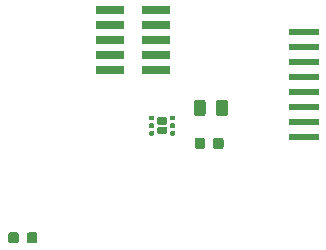
<source format=gbr>
G04 #@! TF.GenerationSoftware,KiCad,Pcbnew,(5.1.5-0-10_14)*
G04 #@! TF.CreationDate,2021-06-02T09:33:46-04:00*
G04 #@! TF.ProjectId,ESLO_RB2_Programmer,45534c4f-5f52-4423-925f-50726f677261,rev?*
G04 #@! TF.SameCoordinates,Original*
G04 #@! TF.FileFunction,Paste,Top*
G04 #@! TF.FilePolarity,Positive*
%FSLAX46Y46*%
G04 Gerber Fmt 4.6, Leading zero omitted, Abs format (unit mm)*
G04 Created by KiCad (PCBNEW (5.1.5-0-10_14)) date 2021-06-02 09:33:46*
%MOMM*%
%LPD*%
G04 APERTURE LIST*
%ADD10C,0.100000*%
%ADD11R,2.500000X0.600000*%
%ADD12R,2.400000X0.740000*%
G04 APERTURE END LIST*
D10*
G36*
X135215439Y-90950451D02*
G01*
X135224540Y-90951801D01*
X135233464Y-90954037D01*
X135242127Y-90957136D01*
X135250443Y-90961070D01*
X135258335Y-90965800D01*
X135265724Y-90971280D01*
X135272541Y-90977459D01*
X135278720Y-90984276D01*
X135284200Y-90991665D01*
X135288930Y-90999557D01*
X135292864Y-91007873D01*
X135295963Y-91016536D01*
X135298199Y-91025460D01*
X135299549Y-91034561D01*
X135300000Y-91043750D01*
X135300000Y-91256250D01*
X135299549Y-91265439D01*
X135298199Y-91274540D01*
X135295963Y-91283464D01*
X135292864Y-91292127D01*
X135288930Y-91300443D01*
X135284200Y-91308335D01*
X135278720Y-91315724D01*
X135272541Y-91322541D01*
X135265724Y-91328720D01*
X135258335Y-91334200D01*
X135250443Y-91338930D01*
X135242127Y-91342864D01*
X135233464Y-91345963D01*
X135224540Y-91348199D01*
X135215439Y-91349549D01*
X135206250Y-91350000D01*
X135018750Y-91350000D01*
X135009561Y-91349549D01*
X135000460Y-91348199D01*
X134991536Y-91345963D01*
X134982873Y-91342864D01*
X134974557Y-91338930D01*
X134966665Y-91334200D01*
X134959276Y-91328720D01*
X134952459Y-91322541D01*
X134946280Y-91315724D01*
X134940800Y-91308335D01*
X134936070Y-91300443D01*
X134932136Y-91292127D01*
X134929037Y-91283464D01*
X134926801Y-91274540D01*
X134925451Y-91265439D01*
X134925000Y-91256250D01*
X134925000Y-91043750D01*
X134925451Y-91034561D01*
X134926801Y-91025460D01*
X134929037Y-91016536D01*
X134932136Y-91007873D01*
X134936070Y-90999557D01*
X134940800Y-90991665D01*
X134946280Y-90984276D01*
X134952459Y-90977459D01*
X134959276Y-90971280D01*
X134966665Y-90965800D01*
X134974557Y-90961070D01*
X134982873Y-90957136D01*
X134991536Y-90954037D01*
X135000460Y-90951801D01*
X135009561Y-90950451D01*
X135018750Y-90950000D01*
X135206250Y-90950000D01*
X135215439Y-90950451D01*
G37*
G36*
X135215439Y-90300451D02*
G01*
X135224540Y-90301801D01*
X135233464Y-90304037D01*
X135242127Y-90307136D01*
X135250443Y-90311070D01*
X135258335Y-90315800D01*
X135265724Y-90321280D01*
X135272541Y-90327459D01*
X135278720Y-90334276D01*
X135284200Y-90341665D01*
X135288930Y-90349557D01*
X135292864Y-90357873D01*
X135295963Y-90366536D01*
X135298199Y-90375460D01*
X135299549Y-90384561D01*
X135300000Y-90393750D01*
X135300000Y-90606250D01*
X135299549Y-90615439D01*
X135298199Y-90624540D01*
X135295963Y-90633464D01*
X135292864Y-90642127D01*
X135288930Y-90650443D01*
X135284200Y-90658335D01*
X135278720Y-90665724D01*
X135272541Y-90672541D01*
X135265724Y-90678720D01*
X135258335Y-90684200D01*
X135250443Y-90688930D01*
X135242127Y-90692864D01*
X135233464Y-90695963D01*
X135224540Y-90698199D01*
X135215439Y-90699549D01*
X135206250Y-90700000D01*
X135018750Y-90700000D01*
X135009561Y-90699549D01*
X135000460Y-90698199D01*
X134991536Y-90695963D01*
X134982873Y-90692864D01*
X134974557Y-90688930D01*
X134966665Y-90684200D01*
X134959276Y-90678720D01*
X134952459Y-90672541D01*
X134946280Y-90665724D01*
X134940800Y-90658335D01*
X134936070Y-90650443D01*
X134932136Y-90642127D01*
X134929037Y-90633464D01*
X134926801Y-90624540D01*
X134925451Y-90615439D01*
X134925000Y-90606250D01*
X134925000Y-90393750D01*
X134925451Y-90384561D01*
X134926801Y-90375460D01*
X134929037Y-90366536D01*
X134932136Y-90357873D01*
X134936070Y-90349557D01*
X134940800Y-90341665D01*
X134946280Y-90334276D01*
X134952459Y-90327459D01*
X134959276Y-90321280D01*
X134966665Y-90315800D01*
X134974557Y-90311070D01*
X134982873Y-90307136D01*
X134991536Y-90304037D01*
X135000460Y-90301801D01*
X135009561Y-90300451D01*
X135018750Y-90300000D01*
X135206250Y-90300000D01*
X135215439Y-90300451D01*
G37*
G36*
X135215439Y-89650451D02*
G01*
X135224540Y-89651801D01*
X135233464Y-89654037D01*
X135242127Y-89657136D01*
X135250443Y-89661070D01*
X135258335Y-89665800D01*
X135265724Y-89671280D01*
X135272541Y-89677459D01*
X135278720Y-89684276D01*
X135284200Y-89691665D01*
X135288930Y-89699557D01*
X135292864Y-89707873D01*
X135295963Y-89716536D01*
X135298199Y-89725460D01*
X135299549Y-89734561D01*
X135300000Y-89743750D01*
X135300000Y-89956250D01*
X135299549Y-89965439D01*
X135298199Y-89974540D01*
X135295963Y-89983464D01*
X135292864Y-89992127D01*
X135288930Y-90000443D01*
X135284200Y-90008335D01*
X135278720Y-90015724D01*
X135272541Y-90022541D01*
X135265724Y-90028720D01*
X135258335Y-90034200D01*
X135250443Y-90038930D01*
X135242127Y-90042864D01*
X135233464Y-90045963D01*
X135224540Y-90048199D01*
X135215439Y-90049549D01*
X135206250Y-90050000D01*
X135018750Y-90050000D01*
X135009561Y-90049549D01*
X135000460Y-90048199D01*
X134991536Y-90045963D01*
X134982873Y-90042864D01*
X134974557Y-90038930D01*
X134966665Y-90034200D01*
X134959276Y-90028720D01*
X134952459Y-90022541D01*
X134946280Y-90015724D01*
X134940800Y-90008335D01*
X134936070Y-90000443D01*
X134932136Y-89992127D01*
X134929037Y-89983464D01*
X134926801Y-89974540D01*
X134925451Y-89965439D01*
X134925000Y-89956250D01*
X134925000Y-89743750D01*
X134925451Y-89734561D01*
X134926801Y-89725460D01*
X134929037Y-89716536D01*
X134932136Y-89707873D01*
X134936070Y-89699557D01*
X134940800Y-89691665D01*
X134946280Y-89684276D01*
X134952459Y-89677459D01*
X134959276Y-89671280D01*
X134966665Y-89665800D01*
X134974557Y-89661070D01*
X134982873Y-89657136D01*
X134991536Y-89654037D01*
X135000460Y-89651801D01*
X135009561Y-89650451D01*
X135018750Y-89650000D01*
X135206250Y-89650000D01*
X135215439Y-89650451D01*
G37*
G36*
X136990439Y-89650451D02*
G01*
X136999540Y-89651801D01*
X137008464Y-89654037D01*
X137017127Y-89657136D01*
X137025443Y-89661070D01*
X137033335Y-89665800D01*
X137040724Y-89671280D01*
X137047541Y-89677459D01*
X137053720Y-89684276D01*
X137059200Y-89691665D01*
X137063930Y-89699557D01*
X137067864Y-89707873D01*
X137070963Y-89716536D01*
X137073199Y-89725460D01*
X137074549Y-89734561D01*
X137075000Y-89743750D01*
X137075000Y-89956250D01*
X137074549Y-89965439D01*
X137073199Y-89974540D01*
X137070963Y-89983464D01*
X137067864Y-89992127D01*
X137063930Y-90000443D01*
X137059200Y-90008335D01*
X137053720Y-90015724D01*
X137047541Y-90022541D01*
X137040724Y-90028720D01*
X137033335Y-90034200D01*
X137025443Y-90038930D01*
X137017127Y-90042864D01*
X137008464Y-90045963D01*
X136999540Y-90048199D01*
X136990439Y-90049549D01*
X136981250Y-90050000D01*
X136793750Y-90050000D01*
X136784561Y-90049549D01*
X136775460Y-90048199D01*
X136766536Y-90045963D01*
X136757873Y-90042864D01*
X136749557Y-90038930D01*
X136741665Y-90034200D01*
X136734276Y-90028720D01*
X136727459Y-90022541D01*
X136721280Y-90015724D01*
X136715800Y-90008335D01*
X136711070Y-90000443D01*
X136707136Y-89992127D01*
X136704037Y-89983464D01*
X136701801Y-89974540D01*
X136700451Y-89965439D01*
X136700000Y-89956250D01*
X136700000Y-89743750D01*
X136700451Y-89734561D01*
X136701801Y-89725460D01*
X136704037Y-89716536D01*
X136707136Y-89707873D01*
X136711070Y-89699557D01*
X136715800Y-89691665D01*
X136721280Y-89684276D01*
X136727459Y-89677459D01*
X136734276Y-89671280D01*
X136741665Y-89665800D01*
X136749557Y-89661070D01*
X136757873Y-89657136D01*
X136766536Y-89654037D01*
X136775460Y-89651801D01*
X136784561Y-89650451D01*
X136793750Y-89650000D01*
X136981250Y-89650000D01*
X136990439Y-89650451D01*
G37*
G36*
X136990439Y-90300451D02*
G01*
X136999540Y-90301801D01*
X137008464Y-90304037D01*
X137017127Y-90307136D01*
X137025443Y-90311070D01*
X137033335Y-90315800D01*
X137040724Y-90321280D01*
X137047541Y-90327459D01*
X137053720Y-90334276D01*
X137059200Y-90341665D01*
X137063930Y-90349557D01*
X137067864Y-90357873D01*
X137070963Y-90366536D01*
X137073199Y-90375460D01*
X137074549Y-90384561D01*
X137075000Y-90393750D01*
X137075000Y-90606250D01*
X137074549Y-90615439D01*
X137073199Y-90624540D01*
X137070963Y-90633464D01*
X137067864Y-90642127D01*
X137063930Y-90650443D01*
X137059200Y-90658335D01*
X137053720Y-90665724D01*
X137047541Y-90672541D01*
X137040724Y-90678720D01*
X137033335Y-90684200D01*
X137025443Y-90688930D01*
X137017127Y-90692864D01*
X137008464Y-90695963D01*
X136999540Y-90698199D01*
X136990439Y-90699549D01*
X136981250Y-90700000D01*
X136793750Y-90700000D01*
X136784561Y-90699549D01*
X136775460Y-90698199D01*
X136766536Y-90695963D01*
X136757873Y-90692864D01*
X136749557Y-90688930D01*
X136741665Y-90684200D01*
X136734276Y-90678720D01*
X136727459Y-90672541D01*
X136721280Y-90665724D01*
X136715800Y-90658335D01*
X136711070Y-90650443D01*
X136707136Y-90642127D01*
X136704037Y-90633464D01*
X136701801Y-90624540D01*
X136700451Y-90615439D01*
X136700000Y-90606250D01*
X136700000Y-90393750D01*
X136700451Y-90384561D01*
X136701801Y-90375460D01*
X136704037Y-90366536D01*
X136707136Y-90357873D01*
X136711070Y-90349557D01*
X136715800Y-90341665D01*
X136721280Y-90334276D01*
X136727459Y-90327459D01*
X136734276Y-90321280D01*
X136741665Y-90315800D01*
X136749557Y-90311070D01*
X136757873Y-90307136D01*
X136766536Y-90304037D01*
X136775460Y-90301801D01*
X136784561Y-90300451D01*
X136793750Y-90300000D01*
X136981250Y-90300000D01*
X136990439Y-90300451D01*
G37*
G36*
X136990439Y-90950451D02*
G01*
X136999540Y-90951801D01*
X137008464Y-90954037D01*
X137017127Y-90957136D01*
X137025443Y-90961070D01*
X137033335Y-90965800D01*
X137040724Y-90971280D01*
X137047541Y-90977459D01*
X137053720Y-90984276D01*
X137059200Y-90991665D01*
X137063930Y-90999557D01*
X137067864Y-91007873D01*
X137070963Y-91016536D01*
X137073199Y-91025460D01*
X137074549Y-91034561D01*
X137075000Y-91043750D01*
X137075000Y-91256250D01*
X137074549Y-91265439D01*
X137073199Y-91274540D01*
X137070963Y-91283464D01*
X137067864Y-91292127D01*
X137063930Y-91300443D01*
X137059200Y-91308335D01*
X137053720Y-91315724D01*
X137047541Y-91322541D01*
X137040724Y-91328720D01*
X137033335Y-91334200D01*
X137025443Y-91338930D01*
X137017127Y-91342864D01*
X137008464Y-91345963D01*
X136999540Y-91348199D01*
X136990439Y-91349549D01*
X136981250Y-91350000D01*
X136793750Y-91350000D01*
X136784561Y-91349549D01*
X136775460Y-91348199D01*
X136766536Y-91345963D01*
X136757873Y-91342864D01*
X136749557Y-91338930D01*
X136741665Y-91334200D01*
X136734276Y-91328720D01*
X136727459Y-91322541D01*
X136721280Y-91315724D01*
X136715800Y-91308335D01*
X136711070Y-91300443D01*
X136707136Y-91292127D01*
X136704037Y-91283464D01*
X136701801Y-91274540D01*
X136700451Y-91265439D01*
X136700000Y-91256250D01*
X136700000Y-91043750D01*
X136700451Y-91034561D01*
X136701801Y-91025460D01*
X136704037Y-91016536D01*
X136707136Y-91007873D01*
X136711070Y-90999557D01*
X136715800Y-90991665D01*
X136721280Y-90984276D01*
X136727459Y-90977459D01*
X136734276Y-90971280D01*
X136741665Y-90965800D01*
X136749557Y-90961070D01*
X136757873Y-90957136D01*
X136766536Y-90954037D01*
X136775460Y-90951801D01*
X136784561Y-90950451D01*
X136793750Y-90950000D01*
X136981250Y-90950000D01*
X136990439Y-90950451D01*
G37*
G36*
X136260683Y-89780770D02*
G01*
X136276214Y-89783074D01*
X136291446Y-89786890D01*
X136306229Y-89792179D01*
X136320423Y-89798893D01*
X136333891Y-89806965D01*
X136346503Y-89816318D01*
X136358137Y-89826863D01*
X136368682Y-89838497D01*
X136378035Y-89851109D01*
X136386107Y-89864577D01*
X136392821Y-89878771D01*
X136398110Y-89893554D01*
X136401926Y-89908786D01*
X136404230Y-89924317D01*
X136405000Y-89940000D01*
X136405000Y-90260000D01*
X136404230Y-90275683D01*
X136401926Y-90291214D01*
X136398110Y-90306446D01*
X136392821Y-90321229D01*
X136386107Y-90335423D01*
X136378035Y-90348891D01*
X136368682Y-90361503D01*
X136358137Y-90373137D01*
X136346503Y-90383682D01*
X136333891Y-90393035D01*
X136320423Y-90401107D01*
X136306229Y-90407821D01*
X136291446Y-90413110D01*
X136276214Y-90416926D01*
X136260683Y-90419230D01*
X136245000Y-90420000D01*
X135755000Y-90420000D01*
X135739317Y-90419230D01*
X135723786Y-90416926D01*
X135708554Y-90413110D01*
X135693771Y-90407821D01*
X135679577Y-90401107D01*
X135666109Y-90393035D01*
X135653497Y-90383682D01*
X135641863Y-90373137D01*
X135631318Y-90361503D01*
X135621965Y-90348891D01*
X135613893Y-90335423D01*
X135607179Y-90321229D01*
X135601890Y-90306446D01*
X135598074Y-90291214D01*
X135595770Y-90275683D01*
X135595000Y-90260000D01*
X135595000Y-89940000D01*
X135595770Y-89924317D01*
X135598074Y-89908786D01*
X135601890Y-89893554D01*
X135607179Y-89878771D01*
X135613893Y-89864577D01*
X135621965Y-89851109D01*
X135631318Y-89838497D01*
X135641863Y-89826863D01*
X135653497Y-89816318D01*
X135666109Y-89806965D01*
X135679577Y-89798893D01*
X135693771Y-89792179D01*
X135708554Y-89786890D01*
X135723786Y-89783074D01*
X135739317Y-89780770D01*
X135755000Y-89780000D01*
X136245000Y-89780000D01*
X136260683Y-89780770D01*
G37*
G36*
X136260683Y-90580770D02*
G01*
X136276214Y-90583074D01*
X136291446Y-90586890D01*
X136306229Y-90592179D01*
X136320423Y-90598893D01*
X136333891Y-90606965D01*
X136346503Y-90616318D01*
X136358137Y-90626863D01*
X136368682Y-90638497D01*
X136378035Y-90651109D01*
X136386107Y-90664577D01*
X136392821Y-90678771D01*
X136398110Y-90693554D01*
X136401926Y-90708786D01*
X136404230Y-90724317D01*
X136405000Y-90740000D01*
X136405000Y-91060000D01*
X136404230Y-91075683D01*
X136401926Y-91091214D01*
X136398110Y-91106446D01*
X136392821Y-91121229D01*
X136386107Y-91135423D01*
X136378035Y-91148891D01*
X136368682Y-91161503D01*
X136358137Y-91173137D01*
X136346503Y-91183682D01*
X136333891Y-91193035D01*
X136320423Y-91201107D01*
X136306229Y-91207821D01*
X136291446Y-91213110D01*
X136276214Y-91216926D01*
X136260683Y-91219230D01*
X136245000Y-91220000D01*
X135755000Y-91220000D01*
X135739317Y-91219230D01*
X135723786Y-91216926D01*
X135708554Y-91213110D01*
X135693771Y-91207821D01*
X135679577Y-91201107D01*
X135666109Y-91193035D01*
X135653497Y-91183682D01*
X135641863Y-91173137D01*
X135631318Y-91161503D01*
X135621965Y-91148891D01*
X135613893Y-91135423D01*
X135607179Y-91121229D01*
X135601890Y-91106446D01*
X135598074Y-91091214D01*
X135595770Y-91075683D01*
X135595000Y-91060000D01*
X135595000Y-90740000D01*
X135595770Y-90724317D01*
X135598074Y-90708786D01*
X135601890Y-90693554D01*
X135607179Y-90678771D01*
X135613893Y-90664577D01*
X135621965Y-90651109D01*
X135631318Y-90638497D01*
X135641863Y-90626863D01*
X135653497Y-90616318D01*
X135666109Y-90606965D01*
X135679577Y-90598893D01*
X135693771Y-90592179D01*
X135708554Y-90586890D01*
X135723786Y-90583074D01*
X135739317Y-90580770D01*
X135755000Y-90580000D01*
X136245000Y-90580000D01*
X136260683Y-90580770D01*
G37*
G36*
X139467642Y-88301174D02*
G01*
X139491303Y-88304684D01*
X139514507Y-88310496D01*
X139537029Y-88318554D01*
X139558653Y-88328782D01*
X139579170Y-88341079D01*
X139598383Y-88355329D01*
X139616107Y-88371393D01*
X139632171Y-88389117D01*
X139646421Y-88408330D01*
X139658718Y-88428847D01*
X139668946Y-88450471D01*
X139677004Y-88472993D01*
X139682816Y-88496197D01*
X139686326Y-88519858D01*
X139687500Y-88543750D01*
X139687500Y-89456250D01*
X139686326Y-89480142D01*
X139682816Y-89503803D01*
X139677004Y-89527007D01*
X139668946Y-89549529D01*
X139658718Y-89571153D01*
X139646421Y-89591670D01*
X139632171Y-89610883D01*
X139616107Y-89628607D01*
X139598383Y-89644671D01*
X139579170Y-89658921D01*
X139558653Y-89671218D01*
X139537029Y-89681446D01*
X139514507Y-89689504D01*
X139491303Y-89695316D01*
X139467642Y-89698826D01*
X139443750Y-89700000D01*
X138956250Y-89700000D01*
X138932358Y-89698826D01*
X138908697Y-89695316D01*
X138885493Y-89689504D01*
X138862971Y-89681446D01*
X138841347Y-89671218D01*
X138820830Y-89658921D01*
X138801617Y-89644671D01*
X138783893Y-89628607D01*
X138767829Y-89610883D01*
X138753579Y-89591670D01*
X138741282Y-89571153D01*
X138731054Y-89549529D01*
X138722996Y-89527007D01*
X138717184Y-89503803D01*
X138713674Y-89480142D01*
X138712500Y-89456250D01*
X138712500Y-88543750D01*
X138713674Y-88519858D01*
X138717184Y-88496197D01*
X138722996Y-88472993D01*
X138731054Y-88450471D01*
X138741282Y-88428847D01*
X138753579Y-88408330D01*
X138767829Y-88389117D01*
X138783893Y-88371393D01*
X138801617Y-88355329D01*
X138820830Y-88341079D01*
X138841347Y-88328782D01*
X138862971Y-88318554D01*
X138885493Y-88310496D01*
X138908697Y-88304684D01*
X138932358Y-88301174D01*
X138956250Y-88300000D01*
X139443750Y-88300000D01*
X139467642Y-88301174D01*
G37*
G36*
X141342642Y-88301174D02*
G01*
X141366303Y-88304684D01*
X141389507Y-88310496D01*
X141412029Y-88318554D01*
X141433653Y-88328782D01*
X141454170Y-88341079D01*
X141473383Y-88355329D01*
X141491107Y-88371393D01*
X141507171Y-88389117D01*
X141521421Y-88408330D01*
X141533718Y-88428847D01*
X141543946Y-88450471D01*
X141552004Y-88472993D01*
X141557816Y-88496197D01*
X141561326Y-88519858D01*
X141562500Y-88543750D01*
X141562500Y-89456250D01*
X141561326Y-89480142D01*
X141557816Y-89503803D01*
X141552004Y-89527007D01*
X141543946Y-89549529D01*
X141533718Y-89571153D01*
X141521421Y-89591670D01*
X141507171Y-89610883D01*
X141491107Y-89628607D01*
X141473383Y-89644671D01*
X141454170Y-89658921D01*
X141433653Y-89671218D01*
X141412029Y-89681446D01*
X141389507Y-89689504D01*
X141366303Y-89695316D01*
X141342642Y-89698826D01*
X141318750Y-89700000D01*
X140831250Y-89700000D01*
X140807358Y-89698826D01*
X140783697Y-89695316D01*
X140760493Y-89689504D01*
X140737971Y-89681446D01*
X140716347Y-89671218D01*
X140695830Y-89658921D01*
X140676617Y-89644671D01*
X140658893Y-89628607D01*
X140642829Y-89610883D01*
X140628579Y-89591670D01*
X140616282Y-89571153D01*
X140606054Y-89549529D01*
X140597996Y-89527007D01*
X140592184Y-89503803D01*
X140588674Y-89480142D01*
X140587500Y-89456250D01*
X140587500Y-88543750D01*
X140588674Y-88519858D01*
X140592184Y-88496197D01*
X140597996Y-88472993D01*
X140606054Y-88450471D01*
X140616282Y-88428847D01*
X140628579Y-88408330D01*
X140642829Y-88389117D01*
X140658893Y-88371393D01*
X140676617Y-88355329D01*
X140695830Y-88341079D01*
X140716347Y-88328782D01*
X140737971Y-88318554D01*
X140760493Y-88310496D01*
X140783697Y-88304684D01*
X140807358Y-88301174D01*
X140831250Y-88300000D01*
X141318750Y-88300000D01*
X141342642Y-88301174D01*
G37*
D11*
X148000000Y-82555000D03*
X148000000Y-83825000D03*
X148000000Y-85095000D03*
X148000000Y-86365000D03*
X148000000Y-87635000D03*
X148000000Y-88905000D03*
X148000000Y-90175000D03*
X148000000Y-91445000D03*
D10*
G36*
X123665191Y-99526053D02*
G01*
X123686426Y-99529203D01*
X123707250Y-99534419D01*
X123727462Y-99541651D01*
X123746868Y-99550830D01*
X123765281Y-99561866D01*
X123782524Y-99574654D01*
X123798430Y-99589070D01*
X123812846Y-99604976D01*
X123825634Y-99622219D01*
X123836670Y-99640632D01*
X123845849Y-99660038D01*
X123853081Y-99680250D01*
X123858297Y-99701074D01*
X123861447Y-99722309D01*
X123862500Y-99743750D01*
X123862500Y-100256250D01*
X123861447Y-100277691D01*
X123858297Y-100298926D01*
X123853081Y-100319750D01*
X123845849Y-100339962D01*
X123836670Y-100359368D01*
X123825634Y-100377781D01*
X123812846Y-100395024D01*
X123798430Y-100410930D01*
X123782524Y-100425346D01*
X123765281Y-100438134D01*
X123746868Y-100449170D01*
X123727462Y-100458349D01*
X123707250Y-100465581D01*
X123686426Y-100470797D01*
X123665191Y-100473947D01*
X123643750Y-100475000D01*
X123206250Y-100475000D01*
X123184809Y-100473947D01*
X123163574Y-100470797D01*
X123142750Y-100465581D01*
X123122538Y-100458349D01*
X123103132Y-100449170D01*
X123084719Y-100438134D01*
X123067476Y-100425346D01*
X123051570Y-100410930D01*
X123037154Y-100395024D01*
X123024366Y-100377781D01*
X123013330Y-100359368D01*
X123004151Y-100339962D01*
X122996919Y-100319750D01*
X122991703Y-100298926D01*
X122988553Y-100277691D01*
X122987500Y-100256250D01*
X122987500Y-99743750D01*
X122988553Y-99722309D01*
X122991703Y-99701074D01*
X122996919Y-99680250D01*
X123004151Y-99660038D01*
X123013330Y-99640632D01*
X123024366Y-99622219D01*
X123037154Y-99604976D01*
X123051570Y-99589070D01*
X123067476Y-99574654D01*
X123084719Y-99561866D01*
X123103132Y-99550830D01*
X123122538Y-99541651D01*
X123142750Y-99534419D01*
X123163574Y-99529203D01*
X123184809Y-99526053D01*
X123206250Y-99525000D01*
X123643750Y-99525000D01*
X123665191Y-99526053D01*
G37*
G36*
X125240191Y-99526053D02*
G01*
X125261426Y-99529203D01*
X125282250Y-99534419D01*
X125302462Y-99541651D01*
X125321868Y-99550830D01*
X125340281Y-99561866D01*
X125357524Y-99574654D01*
X125373430Y-99589070D01*
X125387846Y-99604976D01*
X125400634Y-99622219D01*
X125411670Y-99640632D01*
X125420849Y-99660038D01*
X125428081Y-99680250D01*
X125433297Y-99701074D01*
X125436447Y-99722309D01*
X125437500Y-99743750D01*
X125437500Y-100256250D01*
X125436447Y-100277691D01*
X125433297Y-100298926D01*
X125428081Y-100319750D01*
X125420849Y-100339962D01*
X125411670Y-100359368D01*
X125400634Y-100377781D01*
X125387846Y-100395024D01*
X125373430Y-100410930D01*
X125357524Y-100425346D01*
X125340281Y-100438134D01*
X125321868Y-100449170D01*
X125302462Y-100458349D01*
X125282250Y-100465581D01*
X125261426Y-100470797D01*
X125240191Y-100473947D01*
X125218750Y-100475000D01*
X124781250Y-100475000D01*
X124759809Y-100473947D01*
X124738574Y-100470797D01*
X124717750Y-100465581D01*
X124697538Y-100458349D01*
X124678132Y-100449170D01*
X124659719Y-100438134D01*
X124642476Y-100425346D01*
X124626570Y-100410930D01*
X124612154Y-100395024D01*
X124599366Y-100377781D01*
X124588330Y-100359368D01*
X124579151Y-100339962D01*
X124571919Y-100319750D01*
X124566703Y-100298926D01*
X124563553Y-100277691D01*
X124562500Y-100256250D01*
X124562500Y-99743750D01*
X124563553Y-99722309D01*
X124566703Y-99701074D01*
X124571919Y-99680250D01*
X124579151Y-99660038D01*
X124588330Y-99640632D01*
X124599366Y-99622219D01*
X124612154Y-99604976D01*
X124626570Y-99589070D01*
X124642476Y-99574654D01*
X124659719Y-99561866D01*
X124678132Y-99550830D01*
X124697538Y-99541651D01*
X124717750Y-99534419D01*
X124738574Y-99529203D01*
X124759809Y-99526053D01*
X124781250Y-99525000D01*
X125218750Y-99525000D01*
X125240191Y-99526053D01*
G37*
G36*
X141015191Y-91526053D02*
G01*
X141036426Y-91529203D01*
X141057250Y-91534419D01*
X141077462Y-91541651D01*
X141096868Y-91550830D01*
X141115281Y-91561866D01*
X141132524Y-91574654D01*
X141148430Y-91589070D01*
X141162846Y-91604976D01*
X141175634Y-91622219D01*
X141186670Y-91640632D01*
X141195849Y-91660038D01*
X141203081Y-91680250D01*
X141208297Y-91701074D01*
X141211447Y-91722309D01*
X141212500Y-91743750D01*
X141212500Y-92256250D01*
X141211447Y-92277691D01*
X141208297Y-92298926D01*
X141203081Y-92319750D01*
X141195849Y-92339962D01*
X141186670Y-92359368D01*
X141175634Y-92377781D01*
X141162846Y-92395024D01*
X141148430Y-92410930D01*
X141132524Y-92425346D01*
X141115281Y-92438134D01*
X141096868Y-92449170D01*
X141077462Y-92458349D01*
X141057250Y-92465581D01*
X141036426Y-92470797D01*
X141015191Y-92473947D01*
X140993750Y-92475000D01*
X140556250Y-92475000D01*
X140534809Y-92473947D01*
X140513574Y-92470797D01*
X140492750Y-92465581D01*
X140472538Y-92458349D01*
X140453132Y-92449170D01*
X140434719Y-92438134D01*
X140417476Y-92425346D01*
X140401570Y-92410930D01*
X140387154Y-92395024D01*
X140374366Y-92377781D01*
X140363330Y-92359368D01*
X140354151Y-92339962D01*
X140346919Y-92319750D01*
X140341703Y-92298926D01*
X140338553Y-92277691D01*
X140337500Y-92256250D01*
X140337500Y-91743750D01*
X140338553Y-91722309D01*
X140341703Y-91701074D01*
X140346919Y-91680250D01*
X140354151Y-91660038D01*
X140363330Y-91640632D01*
X140374366Y-91622219D01*
X140387154Y-91604976D01*
X140401570Y-91589070D01*
X140417476Y-91574654D01*
X140434719Y-91561866D01*
X140453132Y-91550830D01*
X140472538Y-91541651D01*
X140492750Y-91534419D01*
X140513574Y-91529203D01*
X140534809Y-91526053D01*
X140556250Y-91525000D01*
X140993750Y-91525000D01*
X141015191Y-91526053D01*
G37*
G36*
X139440191Y-91526053D02*
G01*
X139461426Y-91529203D01*
X139482250Y-91534419D01*
X139502462Y-91541651D01*
X139521868Y-91550830D01*
X139540281Y-91561866D01*
X139557524Y-91574654D01*
X139573430Y-91589070D01*
X139587846Y-91604976D01*
X139600634Y-91622219D01*
X139611670Y-91640632D01*
X139620849Y-91660038D01*
X139628081Y-91680250D01*
X139633297Y-91701074D01*
X139636447Y-91722309D01*
X139637500Y-91743750D01*
X139637500Y-92256250D01*
X139636447Y-92277691D01*
X139633297Y-92298926D01*
X139628081Y-92319750D01*
X139620849Y-92339962D01*
X139611670Y-92359368D01*
X139600634Y-92377781D01*
X139587846Y-92395024D01*
X139573430Y-92410930D01*
X139557524Y-92425346D01*
X139540281Y-92438134D01*
X139521868Y-92449170D01*
X139502462Y-92458349D01*
X139482250Y-92465581D01*
X139461426Y-92470797D01*
X139440191Y-92473947D01*
X139418750Y-92475000D01*
X138981250Y-92475000D01*
X138959809Y-92473947D01*
X138938574Y-92470797D01*
X138917750Y-92465581D01*
X138897538Y-92458349D01*
X138878132Y-92449170D01*
X138859719Y-92438134D01*
X138842476Y-92425346D01*
X138826570Y-92410930D01*
X138812154Y-92395024D01*
X138799366Y-92377781D01*
X138788330Y-92359368D01*
X138779151Y-92339962D01*
X138771919Y-92319750D01*
X138766703Y-92298926D01*
X138763553Y-92277691D01*
X138762500Y-92256250D01*
X138762500Y-91743750D01*
X138763553Y-91722309D01*
X138766703Y-91701074D01*
X138771919Y-91680250D01*
X138779151Y-91660038D01*
X138788330Y-91640632D01*
X138799366Y-91622219D01*
X138812154Y-91604976D01*
X138826570Y-91589070D01*
X138842476Y-91574654D01*
X138859719Y-91561866D01*
X138878132Y-91550830D01*
X138897538Y-91541651D01*
X138917750Y-91534419D01*
X138938574Y-91529203D01*
X138959809Y-91526053D01*
X138981250Y-91525000D01*
X139418750Y-91525000D01*
X139440191Y-91526053D01*
G37*
D12*
X135500000Y-85810000D03*
X131600000Y-85810000D03*
X135500000Y-84540000D03*
X131600000Y-84540000D03*
X135500000Y-83270000D03*
X131600000Y-83270000D03*
X135500000Y-82000000D03*
X131600000Y-82000000D03*
X135500000Y-80730000D03*
X131600000Y-80730000D03*
M02*

</source>
